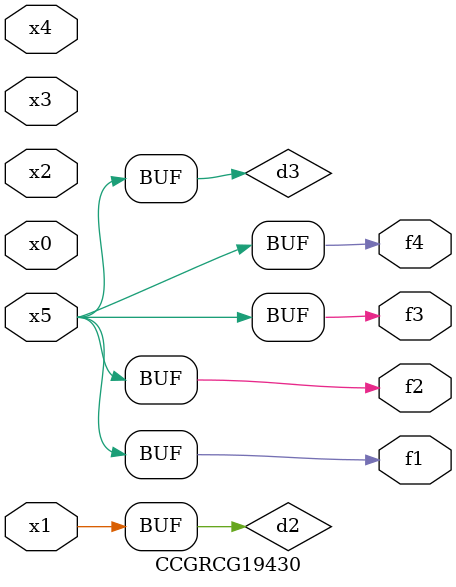
<source format=v>
module CCGRCG19430(
	input x0, x1, x2, x3, x4, x5,
	output f1, f2, f3, f4
);

	wire d1, d2, d3;

	not (d1, x5);
	or (d2, x1);
	xnor (d3, d1);
	assign f1 = d3;
	assign f2 = d3;
	assign f3 = d3;
	assign f4 = d3;
endmodule

</source>
